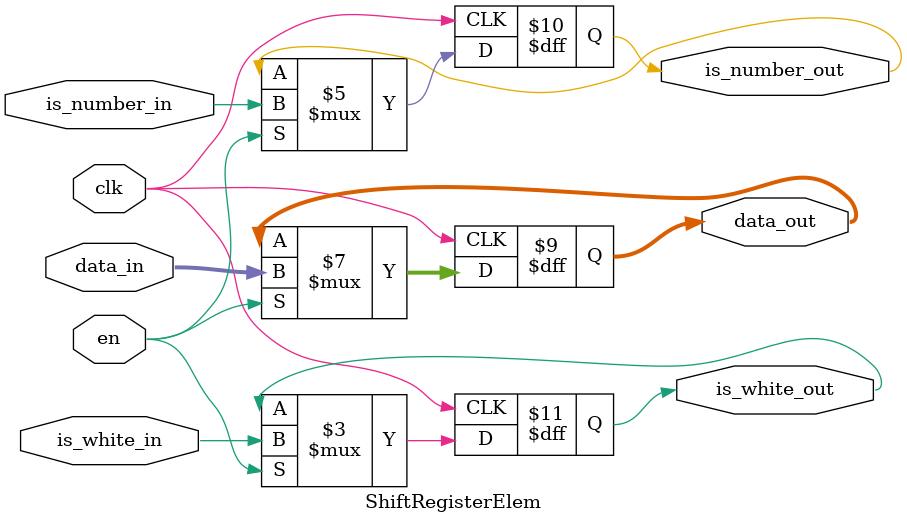
<source format=sv>
`timescale 1ns / 1ps


module ShiftRegisterElem(
    input wire clk, en, 
    input wire [7:0] data_in,
    input wire is_number_in, is_white_in,
    
    output reg [7:0] data_out, 
    output reg is_number_out, is_white_out
    );
    
    always @(posedge clk) begin
        if(en == 1) begin
            data_out <= data_in;
            is_number_out <= is_number_in;
            is_white_out <= is_white_in;
        end
    end
    
    
endmodule

</source>
